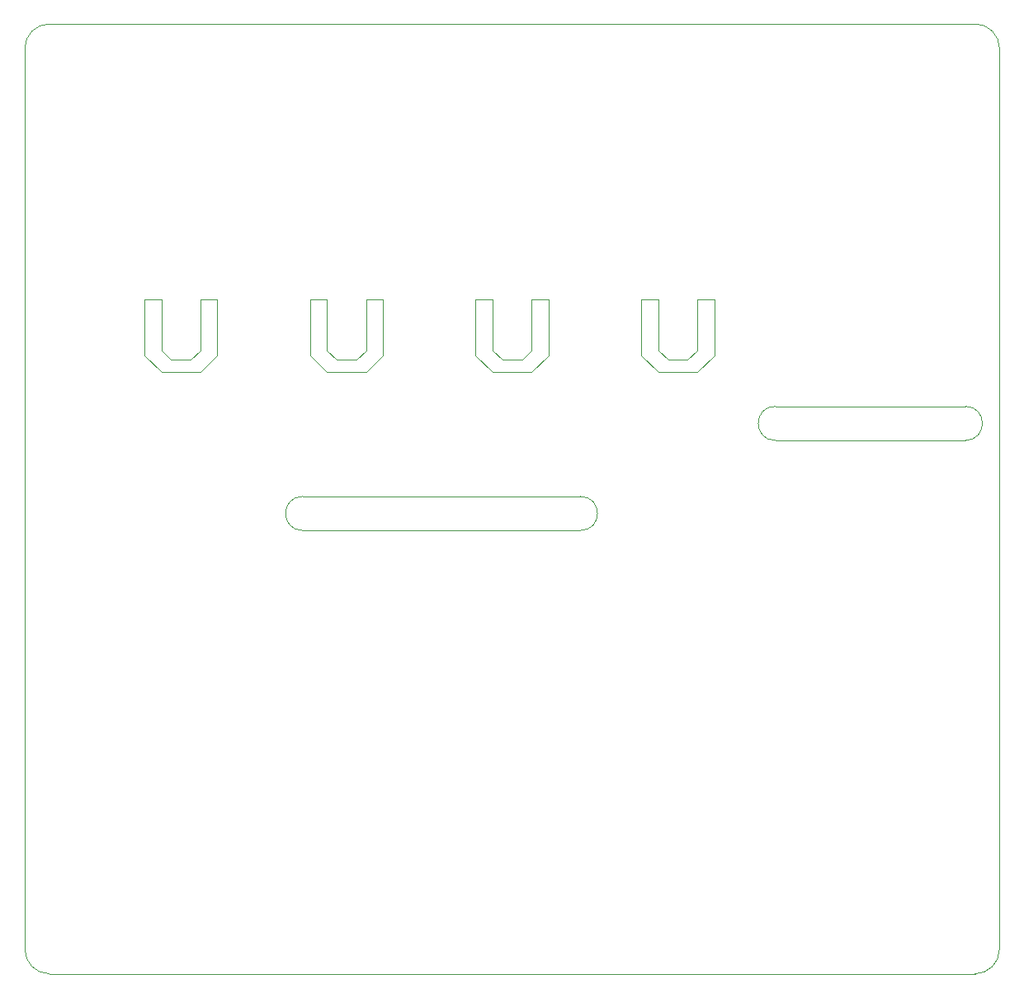
<source format=gbr>
G04 #@! TF.GenerationSoftware,KiCad,Pcbnew,(5.1.4)-1*
G04 #@! TF.CreationDate,2021-08-09T13:21:02-03:00*
G04 #@! TF.ProjectId,Plc_Esp12,506c635f-4573-4703-9132-2e6b69636164,rev?*
G04 #@! TF.SameCoordinates,Original*
G04 #@! TF.FileFunction,Profile,NP*
%FSLAX46Y46*%
G04 Gerber Fmt 4.6, Leading zero omitted, Abs format (unit mm)*
G04 Created by KiCad (PCBNEW (5.1.4)-1) date 2021-08-09 13:21:02*
%MOMM*%
%LPD*%
G04 APERTURE LIST*
%ADD10C,0.050000*%
%ADD11C,0.100000*%
G04 APERTURE END LIST*
D10*
X167000000Y-89250000D02*
X186500000Y-89250000D01*
X167000000Y-92750000D02*
G75*
G02X167000000Y-89250000I0J1750000D01*
G01*
X186500000Y-92750000D02*
X167000000Y-92750000D01*
X186500000Y-89250000D02*
G75*
G02X186500000Y-92750000I0J-1750000D01*
G01*
X108000000Y-85750000D02*
X109750000Y-84000000D01*
X102250000Y-78250000D02*
X102250000Y-84000000D01*
X102250000Y-84000000D02*
X104000000Y-85750000D01*
X109750000Y-84000000D02*
X109750000Y-78250000D01*
X104000000Y-85750000D02*
X108000000Y-85750000D01*
X108000000Y-83500000D02*
X107000000Y-84500000D01*
X104000000Y-78250000D02*
X102250000Y-78250000D01*
X105000000Y-84500000D02*
X104000000Y-83500000D01*
X107000000Y-84500000D02*
X105000000Y-84500000D01*
X108000000Y-78250000D02*
X108000000Y-83500000D01*
X109750000Y-78250000D02*
X108000000Y-78250000D01*
X104000000Y-83500000D02*
X104000000Y-78250000D01*
X159000000Y-85750000D02*
X160750000Y-84000000D01*
X153250000Y-78250000D02*
X153250000Y-84000000D01*
X153250000Y-84000000D02*
X155000000Y-85750000D01*
X160750000Y-84000000D02*
X160750000Y-78250000D01*
X155000000Y-85750000D02*
X159000000Y-85750000D01*
X159000000Y-83500000D02*
X158000000Y-84500000D01*
X155000000Y-78250000D02*
X153250000Y-78250000D01*
X156000000Y-84500000D02*
X155000000Y-83500000D01*
X158000000Y-84500000D02*
X156000000Y-84500000D01*
X159000000Y-78250000D02*
X159000000Y-83500000D01*
X160750000Y-78250000D02*
X159000000Y-78250000D01*
X155000000Y-83500000D02*
X155000000Y-78250000D01*
X125000000Y-85750000D02*
X126750000Y-84000000D01*
X119250000Y-78250000D02*
X119250000Y-84000000D01*
X119250000Y-84000000D02*
X121000000Y-85750000D01*
X126750000Y-84000000D02*
X126750000Y-78250000D01*
X121000000Y-85750000D02*
X125000000Y-85750000D01*
X125000000Y-83500000D02*
X124000000Y-84500000D01*
X121000000Y-78250000D02*
X119250000Y-78250000D01*
X122000000Y-84500000D02*
X121000000Y-83500000D01*
X124000000Y-84500000D02*
X122000000Y-84500000D01*
X125000000Y-78250000D02*
X125000000Y-83500000D01*
X126750000Y-78250000D02*
X125000000Y-78250000D01*
X121000000Y-83500000D02*
X121000000Y-78250000D01*
X138000000Y-78250000D02*
X136250000Y-78250000D01*
X138000000Y-83500000D02*
X138000000Y-78250000D01*
X139000000Y-84500000D02*
X138000000Y-83500000D01*
X141000000Y-84500000D02*
X139000000Y-84500000D01*
X142000000Y-83500000D02*
X141000000Y-84500000D01*
X142000000Y-78250000D02*
X142000000Y-83500000D01*
X143750000Y-78250000D02*
X142000000Y-78250000D01*
X143750000Y-84000000D02*
X143750000Y-78250000D01*
X142000000Y-85750000D02*
X143750000Y-84000000D01*
X138000000Y-85750000D02*
X142000000Y-85750000D01*
X136250000Y-84000000D02*
X138000000Y-85750000D01*
X136250000Y-78250000D02*
X136250000Y-84000000D01*
X118500000Y-102000000D02*
G75*
G02X118500000Y-98500000I0J1750000D01*
G01*
X147000000Y-98500000D02*
G75*
G02X147000000Y-102000000I0J-1750000D01*
G01*
X147000000Y-102000000D02*
X118500000Y-102000000D01*
X118500000Y-98500000D02*
X147000000Y-98500000D01*
X190000000Y-145000000D02*
G75*
G02X187500000Y-147500000I-2500000J0D01*
G01*
X92500000Y-147500000D02*
G75*
G02X90000000Y-145000000I0J2500000D01*
G01*
X90000000Y-52500000D02*
G75*
G02X92500000Y-50000000I2500000J0D01*
G01*
X187500000Y-50000000D02*
G75*
G02X190000000Y-52500000I0J-2500000D01*
G01*
D11*
X90000000Y-145000000D02*
X90000000Y-52500000D01*
X187500000Y-147500000D02*
X92500000Y-147500000D01*
X190000000Y-52500000D02*
X190000000Y-145000000D01*
X92500000Y-50000000D02*
X187500000Y-50000000D01*
M02*

</source>
